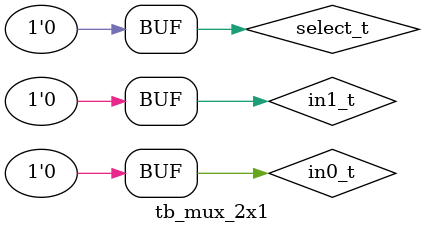
<source format=v>
module tb_mux_2x1();

reg in0_t, in1_t, select_t;
wire out_t;

mux_2x1 mux_2x1_tb
(
	.in0(in0_t),
	.in1(in1_t),
	.select(select_t),
	.out(out_t)
);

initial
begin
	in0_t = 0;
	in1_t = 0;
	select_t = 0;
end

always
begin
	#5 in0_t = 1;
	#5 in0_t = 0;
end

always
begin
	#20 select_t = 1;
	#20 select_t = 0;
end

endmodule

</source>
